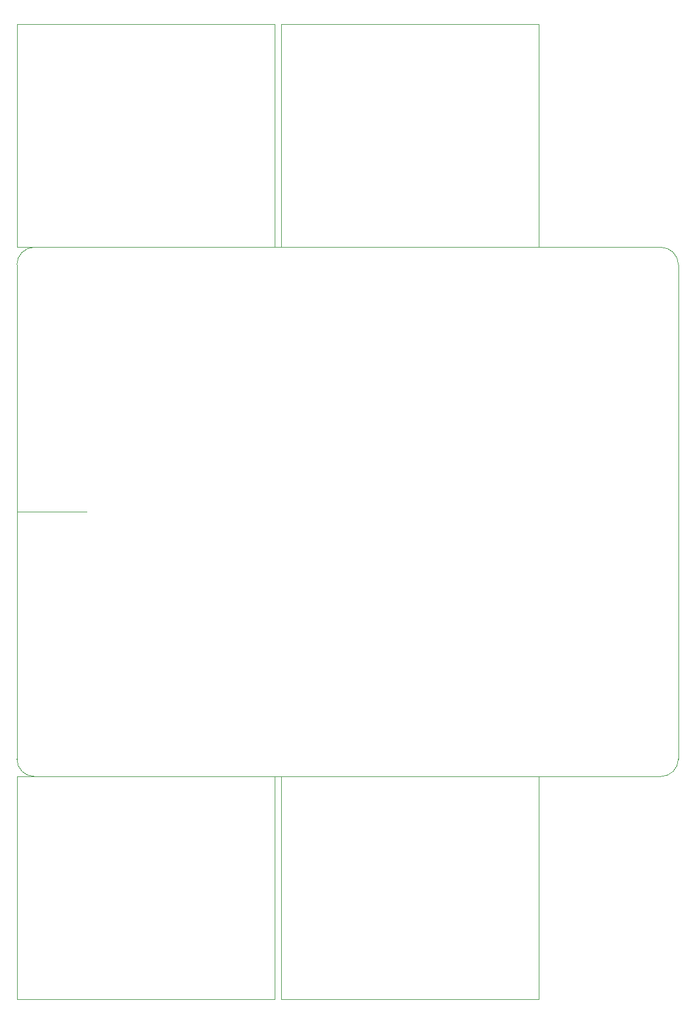
<source format=gbr>
%TF.GenerationSoftware,KiCad,Pcbnew,8.0.1*%
%TF.CreationDate,2024-04-28T12:21:08+02:00*%
%TF.ProjectId,IoT-Project,496f542d-5072-46f6-9a65-63742e6b6963,rev?*%
%TF.SameCoordinates,Original*%
%TF.FileFunction,OtherDrawing,Comment*%
%FSLAX46Y46*%
G04 Gerber Fmt 4.6, Leading zero omitted, Abs format (unit mm)*
G04 Created by KiCad (PCBNEW 8.0.1) date 2024-04-28 12:21:08*
%MOMM*%
%LPD*%
G01*
G04 APERTURE LIST*
%ADD10C,0.100000*%
%TA.AperFunction,Profile*%
%ADD11C,0.050000*%
%TD*%
G04 APERTURE END LIST*
D10*
X36500000Y-162500000D02*
X73500000Y-162500000D01*
X73500000Y-194500000D01*
X36500000Y-194500000D01*
X36500000Y-162500000D01*
X36500000Y-124500000D02*
X46500000Y-124500000D01*
X36500000Y-54500000D02*
X73500000Y-54500000D01*
X73500000Y-86500000D01*
X36500000Y-86500000D01*
X36500000Y-54500000D01*
X74500000Y-54500000D02*
X111500000Y-54500000D01*
X111500000Y-86500000D01*
X74500000Y-86500000D01*
X74500000Y-54500000D01*
X74500000Y-162500000D02*
X111500000Y-162500000D01*
X111500000Y-194500000D01*
X74500000Y-194500000D01*
X74500000Y-162500000D01*
D11*
X129000000Y-162500000D02*
X39000000Y-162500000D01*
X131500000Y-89000000D02*
X131500000Y-160000000D01*
X39000000Y-86500000D02*
X129000000Y-86500000D01*
X36500000Y-160000000D02*
X36500000Y-89000000D01*
X39000000Y-162500000D02*
G75*
G02*
X36500000Y-160000000I0J2500000D01*
G01*
X131500000Y-160000000D02*
G75*
G02*
X129000000Y-162500000I-2500000J0D01*
G01*
X36500000Y-89000000D02*
G75*
G02*
X39000000Y-86500000I2500000J0D01*
G01*
X129000000Y-86500000D02*
G75*
G02*
X131500000Y-89000000I0J-2500000D01*
G01*
M02*

</source>
